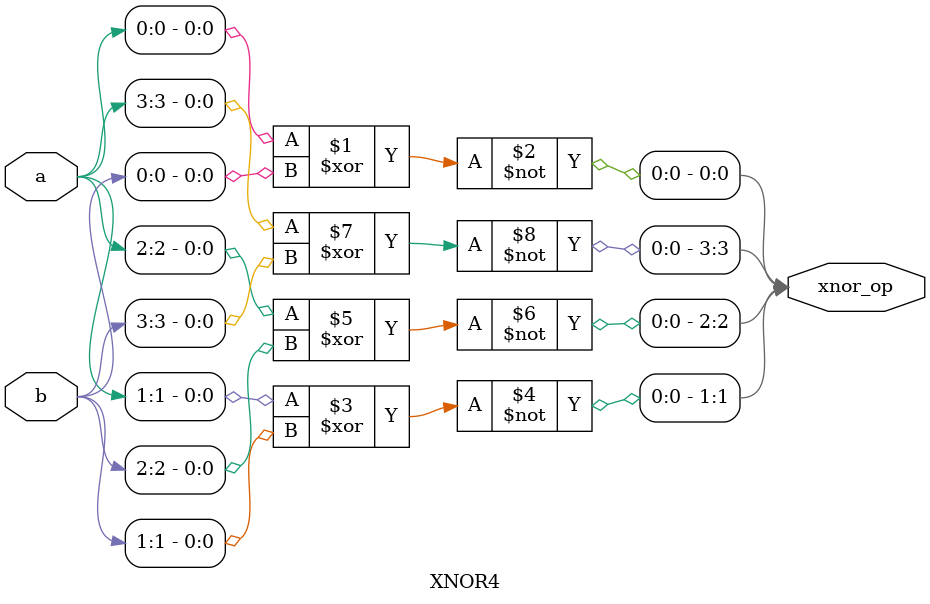
<source format=v>
module XNOR4(
    output [3:0]xnor_op,
    input [3:0]a,b
);

xnor xnor_gate0(xnor_op[0], a[0], b[0]);
xnor xnor_gate1(xnor_op[1], a[1], b[1]);
xnor xnor_gate2(xnor_op[2], a[2], b[2]);
xnor xnor_gate3(xnor_op[3], a[3], b[3]);

endmodule
</source>
